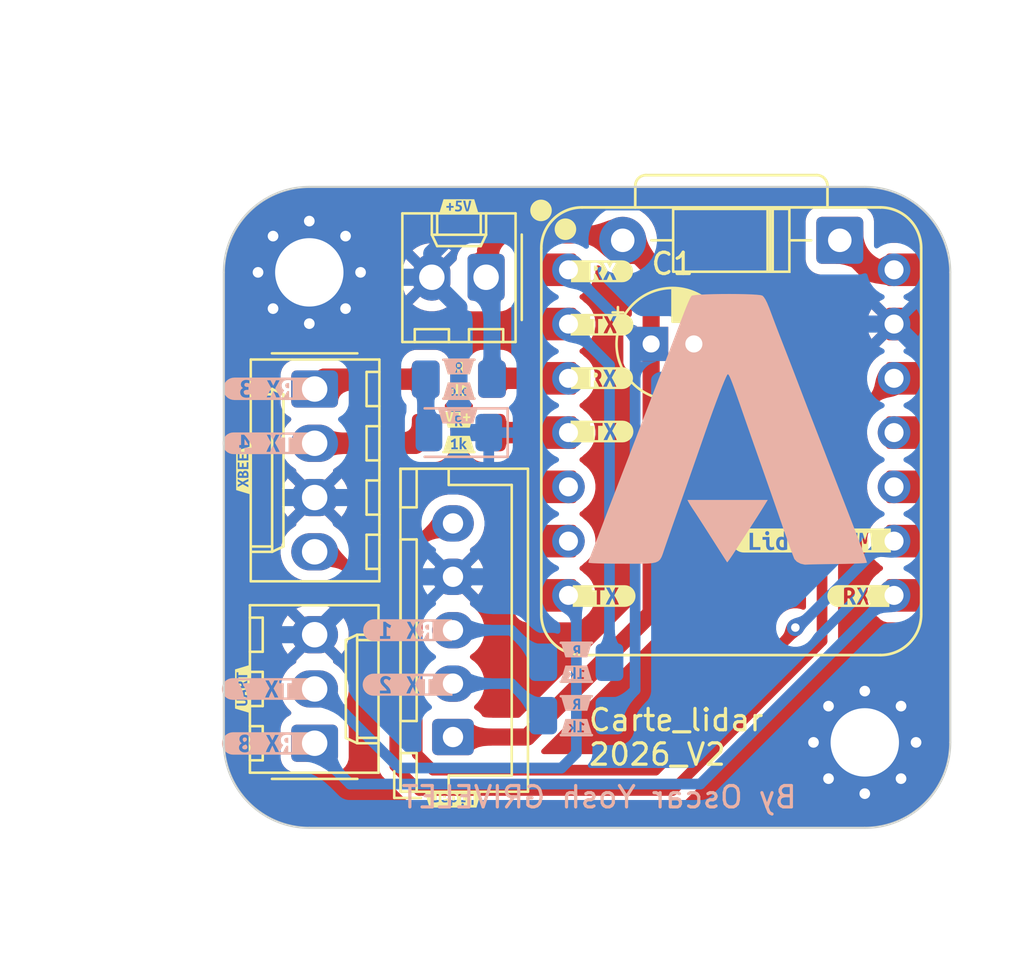
<source format=kicad_pcb>
(kicad_pcb (version 20241229) (generator "pcbnew") (generator_version "9.0")
  (layers (0 "F.Cu" signal) (2 "B.Cu" signal) (13 "F.Paste" user) (15 "B.Paste" user) (5 "F.SilkS" user "F.Silkscreen") (7 "B.SilkS" user "B.Silkscreen") (1 "F.Mask" user) (3 "B.Mask" user) (25 "Edge.Cuts" user))
  (net 0 "")
  (net 1 "GND")
  (net 2 "+5V")
  (net 3 "Net-(D1-K)")
  (net 4 "Net-(D2-A)")
  (net 5 "Lidar_PWM")
  (net 6 "+3.3V")
  (net 7 "Net-(U1-GPIO1{slash}D0{slash}A0)")
  (net 8 "Net-(U1-GPIO2{slash}DA{slash}A1)")
  (net 9 "UART CPE")
  (net 10 "Net-(U1-GPIO3{slash}D2{slash}A2)")
  (net 13 "UART CPS")
  (net 14 "Net-(U1-GPIO4{slash}D3{slash}A3)")
  (net 17 "TX XBEE")
  (net 18 "RX XBEE")
  (net 19 "TX LIDAR")
  (net 20 "RX LIDAR")
  (footprint "kibuzzard-690B618A" (layer "F.Cu") (at 113.7 50.2)
    (property "Reference" "kibuzzard-690B618A" (hide yes))
    (property "Value" "G***" (hide yes))
  )
  (footprint "Connector_Molex:Molex_KK-254_AE-6410-03A_1x03_P2.54mm_Vertical" (layer "F.Cu") (at 100.25 72.29 90)
    (property "Reference" "J1" (hide yes))
    (property "Value" "UART CP")
    (pad "1" thru_hole roundrect (at 0 0 90) (size 1.74 2.19) (drill 1.19) (layers "*.Cu" "*.Mask") (roundrect_rratio 0.143678) (net 9 "UART CPE"))
    (pad "2" thru_hole oval (at 2.54 0 90) (size 1.74 2.19) (drill 1.19) (layers "*.Cu" "*.Mask") (net 13 "UART CPS"))
    (pad "3" thru_hole oval (at 5.08 0 90) (size 1.74 2.19) (drill 1.19) (layers "*.Cu" "*.Mask") (net 1 "GND"))
  )
  (footprint "Capacitor_THT:CP_Radial_D5.0mm_P2.00mm" (layer "F.Cu") (at 115.999999 53.6)
    (property "Reference" "C1" (at 1 -3.75 0) (layer "F.SilkS"))
    (property "Value" "100µF")
    (pad "1" thru_hole rect (at 0 0) (size 1.6 1.6) (drill 0.8) (layers "*.Cu" "*.Mask") (net 2 "+5V"))
    (pad "2" thru_hole circle (at 2.000001 0) (size 1.6 1.6) (drill 0.8) (layers "*.Cu" "*.Mask") (net 1 "GND"))
  )
  (footprint "kibuzzard-690E9406" (layer "F.Cu") (at 107 57.2)
    (property "Reference" "kibuzzard-690E9406" (hide yes))
    (property "Value" "G***" (hide yes))
  )
  (footprint "Diode_THT:D_DO-41_SOD81_P10.16mm_Horizontal" (layer "F.Cu") (at 124.83 48.75 180)
    (property "Reference" "D1" (hide yes))
    (property "Value" "D_Shottky")
    (pad "1" thru_hole roundrect (at 0 0 180) (size 2.2 2.2) (drill 1.1) (layers "*.Cu" "*.Mask") (roundrect_rratio 0.113636) (net 3 "Net-(D1-K)"))
    (pad "2" thru_hole circle (at 10.16 0 180) (size 2.2 2.2) (drill 1.1) (layers "*.Cu" "*.Mask") (net 2 "+5V"))
  )
  (footprint "kibuzzard-6915AC9B" (layer "F.Cu") (at 96.9 59.52 90)
    (property "Reference" "kibuzzard-6915AC9B" (hide yes))
    (property "Value" "G***" (hide yes))
  )
  (footprint "Connector_Molex:Molex_KK-254_AE-6410-04A_1x04_P2.54mm_Vertical" (layer "F.Cu") (at 100.25 55.71 -90)
    (property "Reference" "J3" (hide yes))
    (property "Value" "XBEE")
    (pad "1" thru_hole roundrect (at 0 0 270) (size 1.74 2.19) (drill 1.19) (layers "*.Cu" "*.Mask") (roundrect_rratio 0.143678) (net 18 "RX XBEE"))
    (pad "2" thru_hole oval (at 2.54 0 270) (size 1.74 2.19) (drill 1.19) (layers "*.Cu" "*.Mask") (net 17 "TX XBEE"))
    (pad "3" thru_hole oval (at 5.08 0 270) (size 1.74 2.19) (drill 1.19) (layers "*.Cu" "*.Mask") (net 1 "GND"))
    (pad "4" thru_hole oval (at 7.62 0 270) (size 1.74 2.19) (drill 1.19) (layers "*.Cu" "*.Mask") (net 6 "+3.3V"))
  )
  (footprint "Resistor_SMD:R_1206_3216Metric_Pad1.30x1.75mm_HandSolder" (layer "F.Cu") (at 107 57.75)
    (property "Reference" "R5" (hide yes))
    (property "Value" "47")
    (pad "1" smd roundrect (at -1.55 0) (size 1.3 1.75) (layers "F.Cu" "F.Mask" "F.Paste") (roundrect_rratio 0.192308) (net 17 "TX XBEE"))
    (pad "2" smd roundrect (at 1.55 0) (size 1.3 1.75) (layers "F.Cu" "F.Mask" "F.Paste") (roundrect_rratio 0.192308) (net 14 "Net-(U1-GPIO4{slash}D3{slash}A3)"))
  )
  (footprint "kibuzzard-690E9406" (layer "F.Cu") (at 107 54.7)
    (property "Reference" "kibuzzard-690E9406" (hide yes))
    (property "Value" "G***" (hide yes))
  )
  (footprint "Connector_JST:JST_XH_B5B-XH-A_1x05_P2.50mm_Vertical" (layer "F.Cu") (at 106.725 72 90)
    (property "Reference" "J2" (hide yes))
    (property "Value" "LIDAR")
    (pad "1" thru_hole roundrect (at 0 0 90) (size 1.7 1.95) (drill 0.95) (layers "*.Cu" "*.Mask") (roundrect_rratio 0.147059) (net 2 "+5V"))
    (pad "2" thru_hole oval (at 2.5 0 90) (size 1.7 1.95) (drill 0.95) (layers "*.Cu" "*.Mask") (net 19 "TX LIDAR"))
    (pad "3" thru_hole oval (at 5 0 90) (size 1.7 1.95) (drill 0.95) (layers "*.Cu" "*.Mask") (net 20 "RX LIDAR"))
    (pad "4" thru_hole oval (at 7.5 0 90) (size 1.7 1.95) (drill 0.95) (layers "*.Cu" "*.Mask") (net 1 "GND"))
    (pad "5" thru_hole oval (at 10 0 90) (size 1.7 1.95) (drill 0.95) (layers "*.Cu" "*.Mask") (net 5 "Lidar_PWM"))
  )
  (footprint "kibuzzard-690B60FE" (layer "F.Cu") (at 113.7 52.7)
    (property "Reference" "kibuzzard-690B60FE" (hide yes))
    (property "Value" "G***" (hide yes))
  )
  (footprint "kibuzzard-690E943A" (layer "F.Cu") (at 107 55.75)
    (property "Reference" "kibuzzard-690E943A" (hide yes))
    (property "Value" "G***" (hide yes))
  )
  (footprint "kibuzzard-690B618A" (layer "F.Cu") (at 113.7 55.2)
    (property "Reference" "kibuzzard-690B618A" (hide yes))
    (property "Value" "G***" (hide yes))
  )
  (footprint "kibuzzard-690E9271" (layer "F.Cu") (at 107 47.15)
    (property "Reference" "kibuzzard-690E9271" (hide yes))
    (property "Value" "G***" (hide yes))
  )
  (footprint "Seeed Studio XIAO Series Library:XIAO-ESP32S3-DIP" (layer "F.Cu") (at 119.75 57.75)
    (property "Reference" "U1" (hide yes))
    (property "Value" "XIAO-ESP32-S3-DIP")
    (pad "1" smd roundrect (at -8.455 -7.62 180) (size 2.432 1.524) (layers "F.Cu" "F.Mask") (roundrect_rratio 0.1) (net 7 "Net-(U1-GPIO1{slash}D0{slash}A0)"))
    (pad "1" thru_hole circle (at -7.62 -7.62 180) (size 1.524 1.524) (drill 0.889) (layers "*.Cu" "*.Mask") (net 7 "Net-(U1-GPIO1{slash}D0{slash}A0)"))
    (pad "2" smd roundrect (at -8.455 -5.08 180) (size 2.432 1.524) (layers "F.Cu" "F.Mask") (roundrect_rratio 0.1) (net 8 "Net-(U1-GPIO2{slash}DA{slash}A1)"))
    (pad "2" thru_hole circle (at -7.62 -5.08 180) (size 1.524 1.524) (drill 0.889) (layers "*.Cu" "*.Mask") (net 8 "Net-(U1-GPIO2{slash}DA{slash}A1)"))
    (pad "3" smd roundrect (at -8.455 -2.54 180) (size 2.432 1.524) (layers "F.Cu" "F.Mask") (roundrect_rratio 0.1) (net 10 "Net-(U1-GPIO3{slash}D2{slash}A2)"))
    (pad "3" thru_hole circle (at -7.62 -2.54 180) (size 1.524 1.524) (drill 0.889) (layers "*.Cu" "*.Mask") (net 10 "Net-(U1-GPIO3{slash}D2{slash}A2)"))
    (pad "4" smd roundrect (at -8.455 0 180) (size 2.432 1.524) (layers "F.Cu" "F.Mask") (roundrect_rratio 0.1) (net 14 "Net-(U1-GPIO4{slash}D3{slash}A3)"))
    (pad "4" thru_hole circle (at -7.62 0 180) (size 1.524 1.524) (drill 0.889) (layers "*.Cu" "*.Mask") (net 14 "Net-(U1-GPIO4{slash}D3{slash}A3)"))
    (pad "5" smd roundrect (at -8.455 2.54 180) (size 2.432 1.524) (layers "F.Cu" "F.Mask") (roundrect_rratio 0.1))
    (pad "5" thru_hole circle (at -7.62 2.54 180) (size 1.524 1.524) (drill 0.889) (layers "*.Cu" "*.Mask"))
    (pad "6" smd roundrect (at -8.455 5.08 180) (size 2.432 1.524) (layers "F.Cu" "F.Mask") (roundrect_rratio 0.1))
    (pad "6" thru_hole circle (at -7.62 5.08 180) (size 1.524 1.524) (drill 0.889) (layers "*.Cu" "*.Mask"))
    (pad "7" smd roundrect (at -8.455 7.62 180) (size 2.432 1.524) (layers "F.Cu" "F.Mask") (roundrect_rratio 0.1) (net 13 "UART CPS"))
    (pad "7" thru_hole circle (at -7.62 7.62 180) (size 1.524 1.524) (drill 0.889) (layers "*.Cu" "*.Mask") (net 13 "UART CPS"))
    (pad "8" thru_hole circle (at 7.62 7.62) (size 1.524 1.524) (drill 0.889) (layers "*.Cu" "*.Mask") (net 9 "UART CPE"))
    (pad "8" smd roundrect (at 8.455 7.62) (size 2.432 1.524) (layers "F.Cu" "F.Mask") (roundrect_rratio 0.1) (net 9 "UART CPE"))
    (pad "9" thru_hole circle (at 7.62 5.08) (size 1.524 1.524) (drill 0.889) (layers "*.Cu" "*.Mask") (net 5 "Lidar_PWM"))
    (pad "9" smd roundrect (at 8.455 5.08) (size 2.432 1.524) (layers "F.Cu" "F.Mask") (roundrect_rratio 0.1) (net 5 "Lidar_PWM"))
    (pad "10" thru_hole circle (at 7.62 2.54) (size 1.524 1.524) (drill 0.889) (layers "*.Cu" "*.Mask"))
    (pad "10" smd roundrect (at 8.455 2.54) (size 2.432 1.524) (layers "F.Cu" "F.Mask") (roundrect_rratio 0.1))
    (pad "11" thru_hole circle (at 7.62 0) (size 1.524 1.524) (drill 0.889) (layers "*.Cu" "*.Mask"))
    (pad "11" smd roundrect (at 8.455 0) (size 2.432 1.524) (layers "F.Cu" "F.Mask") (roundrect_rratio 0.1))
    (pad "12" thru_hole circle (at 7.62 -2.54) (size 1.524 1.524) (drill 0.889) (layers "*.Cu" "*.Mask") (net 6 "+3.3V"))
    (pad "12" smd roundrect (at 8.455 -2.54) (size 2.432 1.524) (layers "F.Cu" "F.Mask") (roundrect_rratio 0.1) (net 6 "+3.3V"))
    (pad "13" thru_hole circle (at 7.62 -5.08) (size 1.524 1.524) (drill 0.889) (layers "*.Cu" "*.Mask") (net 1 "GND"))
    (pad "13" smd roundrect (at 8.455 -5.08) (size 2.432 1.524) (layers "F.Cu" "F.Mask") (roundrect_rratio 0.1) (net 1 "GND"))
    (pad "14" thru_hole circle (at 7.62 -7.62) (size 1.524 1.524) (drill 0.889) (layers "*.Cu" "*.Mask") (net 3 "Net-(D1-K)"))
    (pad "14" smd roundrect (at 8.455 -7.62) (size 2.432 1.524) (layers "F.Cu" "F.Mask") (roundrect_rratio 0.1) (net 3 "Net-(D1-K)"))
  )
  (footprint "MountingHole:MountingHole_3.2mm_M3_Pad_Via" (layer "F.Cu") (at 126 72.25)
    (property "Reference" "H3" (hide yes))
    (property "Value" "MountingHole_Pad")
    (pad "1" thru_hole circle (at -2.4 0) (size 0.8 0.8) (drill 0.5) (layers "*.Cu" "*.Mask") (net 1 "GND"))
    (pad "1" thru_hole circle (at -1.697056 -1.697056) (size 0.8 0.8) (drill 0.5) (layers "*.Cu" "*.Mask") (net 1 "GND"))
    (pad "1" thru_hole circle (at -1.697056 1.697056) (size 0.8 0.8) (drill 0.5) (layers "*.Cu" "*.Mask") (net 1 "GND"))
    (pad "1" thru_hole circle (at 0 -2.4) (size 0.8 0.8) (drill 0.5) (layers "*.Cu" "*.Mask") (net 1 "GND"))
    (pad "1" thru_hole circle (at 0 0) (size 6.4 6.4) (drill 3.2) (layers "*.Cu" "*.Mask") (net 1 "GND"))
    (pad "1" thru_hole circle (at 0 2.4) (size 0.8 0.8) (drill 0.5) (layers "*.Cu" "*.Mask") (net 1 "GND"))
    (pad "1" thru_hole circle (at 1.697056 -1.697056) (size 0.8 0.8) (drill 0.5) (layers "*.Cu" "*.Mask") (net 1 "GND"))
    (pad "1" thru_hole circle (at 1.697056 1.697056) (size 0.8 0.8) (drill 0.5) (layers "*.Cu" "*.Mask") (net 1 "GND"))
    (pad "1" thru_hole circle (at 2.4 0) (size 0.8 0.8) (drill 0.5) (layers "*.Cu" "*.Mask") (net 1 "GND"))
  )
  (footprint "kibuzzard-690B6148" (layer "F.Cu") (at 123.5 62.8)
    (property "Reference" "kibuzzard-690B6148" (hide yes))
    (property "Value" "G***" (hide yes))
  )
  (footprint "kibuzzard-690B60FE" (layer "F.Cu") (at 113.8 65.4)
    (property "Reference" "kibuzzard-690B60FE" (hide yes))
    (property "Value" "G***" (hide yes))
  )
  (footprint "kibuzzard-690E943A" (layer "F.Cu") (at 107 58.25)
    (property "Reference" "kibuzzard-690E943A" (hide yes))
    (property "Value" "G***" (hide yes))
  )
  (footprint "kibuzzard-690B60FE" (layer "F.Cu") (at 113.7 57.7)
    (property "Reference" "kibuzzard-690B60FE" (hide yes))
    (property "Value" "G***" (hide yes))
  )
  (footprint "MountingHole:MountingHole_3.2mm_M3_Pad_Via" (layer "F.Cu") (at 100 50.25)
    (property "Reference" "H2" (hide yes))
    (property "Value" "MountingHole_Pad")
    (pad "1" thru_hole circle (at -2.4 0) (size 0.8 0.8) (drill 0.5) (layers "*.Cu" "*.Mask") (net 1 "GND"))
    (pad "1" thru_hole circle (at -1.697056 -1.697056) (size 0.8 0.8) (drill 0.5) (layers "*.Cu" "*.Mask") (net 1 "GND"))
    (pad "1" thru_hole circle (at -1.697056 1.697056) (size 0.8 0.8) (drill 0.5) (layers "*.Cu" "*.Mask") (net 1 "GND"))
    (pad "1" thru_hole circle (at 0 -2.4) (size 0.8 0.8) (drill 0.5) (layers "*.Cu" "*.Mask") (net 1 "GND"))
    (pad "1" thru_hole circle (at 0 0) (size 6.4 6.4) (drill 3.2) (layers "*.Cu" "*.Mask") (net 1 "GND"))
    (pad "1" thru_hole circle (at 0 2.4) (size 0.8 0.8) (drill 0.5) (layers "*.Cu" "*.Mask") (net 1 "GND"))
    (pad "1" thru_hole circle (at 1.697056 -1.697056) (size 0.8 0.8) (drill 0.5) (layers "*.Cu" "*.Mask") (net 1 "GND"))
    (pad "1" thru_hole circle (at 1.697056 1.697056) (size 0.8 0.8) (drill 0.5) (layers "*.Cu" "*.Mask") (net 1 "GND"))
    (pad "1" thru_hole circle (at 2.4 0) (size 0.8 0.8) (drill 0.5) (layers "*.Cu" "*.Mask") (net 1 "GND"))
  )
  (footprint "Resistor_SMD:R_1206_3216Metric_Pad1.30x1.75mm_HandSolder" (layer "F.Cu") (at 107 55.25)
    (property "Reference" "R4" (hide yes))
    (property "Value" "47")
    (pad "1" smd roundrect (at -1.55 0) (size 1.3 1.75) (layers "F.Cu" "F.Mask" "F.Paste") (roundrect_rratio 0.192308) (net 18 "RX XBEE"))
    (pad "2" smd roundrect (at 1.55 0) (size 1.3 1.75) (layers "F.Cu" "F.Mask" "F.Paste") (roundrect_rratio 0.192308) (net 10 "Net-(U1-GPIO3{slash}D2{slash}A2)"))
  )
  (footprint "kibuzzard-690B6108" (layer "F.Cu") (at 125.7 65.4)
    (property "Reference" "kibuzzard-690B6108" (hide yes))
    (property "Value" "G***" (hide yes))
  )
  (footprint "Connector_Molex:Molex_KK-254_AE-6410-02A_1x02_P2.54mm_Vertical" (layer "F.Cu") (at 108.275 50.48 180)
    (property "Reference" "J8" (hide yes))
    (property "Value" "alim")
    (pad "1" thru_hole roundrect (at 0 0 180) (size 1.74 2.19) (drill 1.19) (layers "*.Cu" "*.Mask") (roundrect_rratio 0.143678) (net 2 "+5V"))
    (pad "2" thru_hole oval (at 2.54 0 180) (size 1.74 2.19) (drill 1.19) (layers "*.Cu" "*.Mask") (net 1 "GND"))
  )
  (footprint "kibuzzard-6915ACBE" (layer "F.Cu") (at 96.85 69.75 90)
    (property "Reference" "kibuzzard-6915ACBE" (hide yes))
    (property "Value" "G***" (hide yes))
  )
  (footprint "kibuzzard-6915ADC6" (layer "F.Cu") (at 106.725 74.95 180)
    (property "Reference" "kibuzzard-6915ADC6" (hide yes))
    (property "Value" "G***" (hide yes))
  )
  (footprint "Resistor_SMD:R_1206_3216Metric_Pad1.30x1.75mm_HandSolder" (layer "B.Cu") (at 112.5 71)
    (property "Reference" "R1" (hide yes))
    (property "Value" "47")
    (pad "1" smd roundrect (at -1.55 0) (size 1.3 1.75) (layers "B.Cu" "B.Mask" "B.Paste") (roundrect_rratio 0.192308) (net 19 "TX LIDAR"))
    (pad "2" smd roundrect (at 1.55 0) (size 1.3 1.75) (layers "B.Cu" "B.Mask" "B.Paste") (roundrect_rratio 0.192308) (net 7 "Net-(U1-GPIO1{slash}D0{slash}A0)"))
  )
  (footprint "kibuzzard-690E9406" (layer "B.Cu") (at 112.5 67.95 180)
    (property "Reference" "kibuzzard-690E9406" (hide yes))
    (property "Value" "G***" (hide yes))
  )
  (footprint "kibuzzard-6915AD2C" (layer "B.Cu") (at 104.6 67 180)
    (property "Reference" "kibuzzard-6915AD2C" (hide yes))
    (property "Value" "G***" (hide yes))
  )
  (footprint "LED_SMD:LED_1206_3216Metric" (layer "B.Cu") (at 107 57.75 180)
    (property "Reference" "D2" (hide yes))
    (property "Value" "LED_Small")
    (pad "1" smd roundrect (at -1.4 0 180) (size 1.25 1.75) (layers "B.Cu" "B.Mask" "B.Paste") (roundrect_rratio 0.2) (net 1 "GND"))
    (pad "2" smd roundrect (at 1.4 0 180) (size 1.25 1.75) (layers "B.Cu" "B.Mask" "B.Paste") (roundrect_rratio 0.2) (net 4 "Net-(D2-A)"))
  )
  (footprint "kibuzzard-6915AD46" (layer "B.Cu") (at 104.6 69.55 180)
    (property "Reference" "kibuzzard-6915AD46" (hide yes))
    (property "Value" "G***" (hide yes))
  )
  (footprint "kibuzzard-6915AD88" (layer "B.Cu") (at 98.05 58.25 180)
    (property "Reference" "kibuzzard-6915AD88" (hide yes))
    (property "Value" "G***" (hide yes))
  )
  (footprint "Resistor_SMD:R_1206_3216Metric_Pad1.30x1.75mm_HandSolder" (layer "B.Cu") (at 107 55.25 180)
    (property "Reference" "R2" (hide yes))
    (property "Value" "1k")
    (pad "1" smd roundrect (at -1.55 0 180) (size 1.3 1.75) (layers "B.Cu" "B.Mask" "B.Paste") (roundrect_rratio 0.192308) (net 2 "+5V"))
    (pad "2" smd roundrect (at 1.55 0 180) (size 1.3 1.75) (layers "B.Cu" "B.Mask" "B.Paste") (roundrect_rratio 0.192308) (net 4 "Net-(D2-A)"))
  )
  (footprint "kibuzzard-6915AD82" (layer "B.Cu") (at 98.05 55.7 180)
    (property "Reference" "kibuzzard-6915AD82" (hide yes))
    (property "Value" "G***" (hide yes))
  )
  (footprint "kibuzzard-6915ADB1" (layer "B.Cu") (at 98 69.75 180)
    (property "Reference" "kibuzzard-6915ADB1" (hide yes))
    (property "Value" "G***" (hide yes))
  )
  (footprint "kibuzzard-690E943A" (layer "B.Cu") (at 112.5 71.5 180)
    (property "Reference" "kibuzzard-690E943A" (hide yes))
    (property "Value" "G***" (hide yes))
  )
  (footprint "kibuzzard-6915ADA8" (layer "B.Cu") (at 98 72.3 180)
    (property "Reference" "kibuzzard-6915ADA8" (hide yes))
    (property "Value" "G***" (hide yes))
  )
  (footprint "kibuzzard-690E943A" (layer "B.Cu") (at 112.5 69 180)
    (property "Reference" "kibuzzard-690E943A" (hide yes))
    (property "Value" "G***" (hide yes))
  )
  (footprint "kibuzzard-690E9406" (layer "B.Cu") (at 107 54.7 180)
    (property "Reference" "kibuzzard-690E9406" (hide yes))
    (property "Value" "G***" (hide yes))
  )
  (footprint "LOGO" (layer "B.Cu") (at 119.75 57.75 180)
    (property "Reference" "G***" (hide yes))
    (property "Value" "LOGO" (hide yes))
  )
  (footprint "kibuzzard-690E943A" (layer "B.Cu") (at 107 55.75 180)
    (property "Reference" "kibuzzard-690E943A" (hide yes))
    (property "Value" "G***" (hide yes))
  )
  (footprint "Resistor_SMD:R_1206_3216Metric_Pad1.30x1.75mm_HandSolder" (layer "B.Cu") (at 112.5 68.5)
    (property "Reference" "R3" (hide yes))
    (property "Value" "47")
    (pad "1" smd roundrect (at -1.55 0) (size 1.3 1.75) (layers "B.Cu" "B.Mask" "B.Paste") (roundrect_rratio 0.192308) (net 20 "RX LIDAR"))
    (pad "2" smd roundrect (at 1.55 0) (size 1.3 1.75) (layers "B.Cu" "B.Mask" "B.Paste") (roundrect_rratio 0.192308) (net 8 "Net-(U1-GPIO2{slash}DA{slash}A1)"))
  )
  (footprint "kibuzzard-690E9406" (layer "B.Cu") (at 112.5 70.45 180)
    (property "Reference" "kibuzzard-690E9406" (hide yes))
    (property "Value" "G***" (hide yes))
  )
  (footprint "kibuzzard-690E93B3" (layer "B.Cu") (at 106.95 57 180)
    (property "Reference" "kibuzzard-690E93B3" (hide yes))
    (property "Value" "G***" (hide yes))
  )
  (gr_line (start 96 50.25) (end 96 72.25) (stroke (width 0.1)) (layer "Edge.Cuts"))
  (gr_arc (start 96 50.25) (mid 97.171573 47.421573) (end 100 46.25) (stroke (width 0.1)) (layer "Edge.Cuts"))
  (gr_arc (start 130 72.25) (mid 128.828427 75.078427) (end 126 76.25) (stroke (width 0.1)) (layer "Edge.Cuts"))
  (gr_line (start 130 72.25) (end 130 50.25) (stroke (width 0.1)) (layer "Edge.Cuts"))
  (gr_line (start 126 46.25) (end 100 46.25) (stroke (width 0.1)) (layer "Edge.Cuts"))
  (gr_arc (start 126 46.25) (mid 128.828427 47.421573) (end 130 50.25) (stroke (width 0.1)) (layer "Edge.Cuts"))
  (gr_arc (start 100 76.25) (mid 97.171573 75.078427) (end 96 72.25) (stroke (width 0.1)) (layer "Edge.Cuts"))
  (gr_line (start 100 76.25) (end 126 76.25) (stroke (width 0.1)) (layer "Edge.Cuts"))
  (gr_text "Carte_lidar\n2026_V2" (at 113 73.4 0) (layer "F.SilkS") (effects (font (size 1 1)) (justify left bottom)))
  (gr_text "By Oscar Yosh GRIVELET" (at 122.9 75.4 -0) (layer "B.SilkS") (effects (font (size 1 1)) (justify left bottom mirror)))
  (segment (start 97.6 52.65) (end 97.6 60.65) (width 0.8) (layer "B.Cu") (net 1))
  (segment (start 100.23 50.48) (end 100 50.25) (width 0.8) (layer "B.Cu") (net 1))
  (segment (start 105.735 50.48) (end 100.23 50.48) (width 0.8) (layer "B.Cu") (net 1))
  (segment (start 129.2 68.8) (end 126 72) (width 0.8) (layer "B.Cu") (net 1))
  (segment (start 99.6 75.35) (end 122.65 75.35) (width 0.8) (layer "B.Cu") (net 1))
  (segment (start 108.7 64.5) (end 106.725 64.5) (width 0.8) (layer "B.Cu") (net 1))
  (segment (start 108.149 46.951) (end 118.88237 46.951) (width 0.8) (layer "B.Cu") (net 1))
  (segment (start 97.71 67.21) (end 97.6 67.1) (width 0.8) (layer "B.Cu") (net 1))
  (segment (start 108.85 60.7) (end 108.85 64.35) (width 0.8) (layer "B.Cu") (net 1))
  (segment (start 100.25 67.21) (end 97.71 67.21) (width 0.8) (layer "B.Cu") (net 1))
  (segment (start 107 51.880424) (end 107 57.6) (width 0.8) (layer "B.Cu") (net 1))
  (segment (start 127.37 52.67) (end 129.2 54.5) (width 0.8) (layer "B.Cu") (net 1))
  (segment (start 105.735 50.48) (end 105.735 50.615424) (width 0.8) (layer "B.Cu") (net 1))
  (segment (start 108.4 57.75) (end 107.15 57.75) (width 0.8) (layer "B.Cu") (net 1))
  (segment (start 107 58.85) (end 105.06 60.79) (width 0.8) (layer "B.Cu") (net 1))
  (segment (start 100.25 60.79) (end 97.74 60.79) (width 0.8) (layer "B.Cu") (net 1))
  (segment (start 105.735 50.48) (end 105.735 49.365) (width 0.8) (layer "B.Cu") (net 1))
  (segment (start 129.2 54.5) (end 129.2 68.8) (width 0.8) (layer "B.Cu") (net 1))
  (segment (start 97.74 60.79) (end 97.6 60.65) (width 0.8) (layer "B.Cu") (net 1))
  (segment (start 105.06 60.79) (end 100.25 60.79) (width 0.8) (layer "B.Cu") (net 1))
  (segment (start 102.96 64.5) (end 100.25 67.21) (width 0.8) (layer "B.Cu") (net 1))
  (segment (start 97.6 60.65) (end 97.6 67.1) (width 0.8) (layer "B.Cu") (net 1))
  (segment (start 105.735 50.615424) (end 107 51.880424) (width 0.8) (layer "B.Cu") (net 1))
  (segment (start 107.15 57.75) (end 107 57.6) (width 0.8) (layer "B.Cu") (net 1))
  (segment (start 127.37 52.67) (end 124.60137 52.67) (width 0.8) (layer "B.Cu") (net 1))
  (segment (start 118.88237 46.951) (end 123.140685 51.209315) (width 0.8) (layer "B.Cu") (net 1))
  (segment (start 100 50.25) (end 97.6 52.65) (width 0.8) (layer "B.Cu") (net 1))
  (segment (start 106.725 64.5) (end 102.96 64.5) (width 0.8) (layer "B.Cu") (net 1))
  (segment (start 105.735 49.365) (end 108.149 46.951) (width 0.8) (layer "B.Cu") (net 1))
  (segment (start 108.85 64.35) (end 108.7 64.5) (width 0.8) (layer "B.Cu") (net 1))
  (segment (start 124.60137 52.67) (end 123.140685 51.209315) (width 0.8) (layer "B.Cu") (net 1))
  (segment (start 107 57.6) (end 107 58.85) (width 0.8) (layer "B.Cu") (net 1))
  (segment (start 97.6 67.1) (end 97.6 73.35) (width 0.8) (layer "B.Cu") (net 1))
  (segment (start 97.6 73.35) (end 99.6 75.35) (width 0.8) (layer "B.Cu") (net 1))
  (segment (start 122.65 75.35) (end 126 72) (width 0.8) (layer "B.Cu") (net 1))
  (segment (start 107 58.85) (end 108.85 60.7) (width 0.8) (layer "B.Cu") (net 1))
  (segment (start 110.2 72) (end 106.725 72) (width 0.8) (layer "F.Cu") (net 2))
  (segment (start 115.999999 50.079999) (end 115.999999 66.200001) (width 0.8) (layer "F.Cu") (net 2))
  (segment (start 108.275 49.475) (end 108.25 49.45) (width 0.8) (layer "F.Cu") (net 2))
  (segment (start 108.275 50.48) (end 108.275 49.475) (width 0.8) (layer "F.Cu") (net 2))
  (segment (start 114.42 48.5) (end 114.67 48.75) (width 0.8) (layer "F.Cu") (net 2))
  (segment (start 108.25 49.25) (end 109 48.5) (width 0.8) (layer "F.Cu") (net 2))
  (segment (start 108.25 49.45) (end 108.25 49.25) (width 0.8) (layer "F.Cu") (net 2))
  (segment (start 114.67 48.75) (end 115.999999 50.079999) (width 0.8) (layer "F.Cu") (net 2))
  (segment (start 109 48.5) (end 114.42 48.5) (width 0.8) (layer "F.Cu") (net 2))
  (segment (start 115.999999 66.200001) (end 110.2 72) (width 0.8) (layer "F.Cu") (net 2))
  (segment (start 108.55 55.25) (end 108.55 50.755) (width 0.8) (layer "B.Cu") (net 2))
  (segment (start 108.55 50.755) (end 108.275 50.48) (width 0.8) (layer "B.Cu") (net 2))
  (segment (start 124.83 48.75) (end 126.21 50.13) (width 1) (layer "F.Cu") (net 3))
  (segment (start 126.21 50.13) (end 127.37 50.13) (width 1) (layer "F.Cu") (net 3))
  (segment (start 105.45 57.6) (end 105.6 57.75) (width 0.8) (layer "B.Cu") (net 4))
  (segment (start 105.45 55.25) (end 105.45 57.6) (width 0.8) (layer "B.Cu") (net 4))
  (segment (start 105.05 72.8) (end 105.05 62.95) (width 0.5) (layer "F.Cu") (net 5))
  (segment (start 116.2 73.55) (end 105.8 73.55) (width 0.5) (layer "F.Cu") (net 5))
  (segment (start 106 62) (end 106.725 62) (width 0.5) (layer "F.Cu") (net 5))
  (segment (start 105.8 73.55) (end 105.05 72.8) (width 0.5) (layer "F.Cu") (net 5))
  (segment (start 122.75 66.875) (end 122.625 67) (width 0.5) (layer "F.Cu") (net 5))
  (segment (start 122.625 67) (end 122.625 67.125) (width 0.5) (layer "F.Cu") (net 5))
  (segment (start 105.05 62.95) (end 106 62) (width 0.5) (layer "F.Cu") (net 5))
  (segment (start 122.625 67.125) (end 116.2 73.55) (width 0.5) (layer "F.Cu") (net 5))
  (via (at 122.75 66.875) (size 0.8) (drill 0.4) (layers "F.Cu" "B.Cu") (net 5))
  (segment (start 122.875 66.875) (end 126.92 62.83) (width 0.5) (layer "B.Cu") (net 5))
  (segment (start 122.75 66.875) (end 122.875 66.875) (width 0.5) (layer "B.Cu") (net 5))
  (segment (start 126.92 62.83) (end 127.37 62.83) (width 0.5) (layer "B.Cu") (net 5))
  (segment (start 127.37 55.21) (end 128.205 55.21) (width 0.5) (layer "F.Cu") (net 6))
  (segment (start 124 67.5) (end 117 74.5) (width 0.5) (layer "F.Cu") (net 6))
  (segment (start 127.37 55.21) (end 124 58.58) (width 0.5) (layer "F.Cu") (net 6))
  (segment (start 124 58.58) (end 124 67.5) (width 0.5) (layer "F.Cu") (net 6))
  (segment (start 104 66.25) (end 101.08 63.33) (width 0.5) (layer "F.Cu") (net 6))
  (segment (start 105.15 74.5) (end 104 73.35) (width 0.5) (layer "F.Cu") (net 6))
  (segment (start 101.08 63.33) (end 100.25 63.33) (width 0.5) (layer "F.Cu") (net 6))
  (segment (start 117 74.5) (end 105.15 74.5) (width 0.5) (layer "F.Cu") (net 6))
  (segment (start 104 73.35) (end 104 66.25) (width 0.5) (layer "F.Cu") (net 6))
  (segment (start 115.25 69.8) (end 114.05 71) (width 0.5) (layer "B.Cu") (net 7))
  (segment (start 115.25 53.25) (end 115.25 69.8) (width 0.5) (layer "B.Cu") (net 7))
  (segment (start 112.13 50.13) (end 115.25 53.25) (width 0.5) (layer "B.Cu") (net 7))
  (segment (start 112.13 52.67) (end 114.05 54.59) (width 0.5) (layer "B.Cu") (net 8))
  (segment (start 114.05 54.59) (end 114.05 68.5) (width 0.5) (layer "B.Cu") (net 8))
  (segment (start 101.91 74.2) (end 100.25 72.54) (width 0.5) (layer "B.Cu") (net 9))
  (segment (start 127.37 65.37) (end 127.13 65.37) (width 0.5) (layer "B.Cu") (net 9))
  (segment (start 127.13 65.37) (end 118.3 74.2) (width 0.5) (layer "B.Cu") (net 9))
  (segment (start 118.3 74.2) (end 101.91 74.2) (width 0.5) (layer "B.Cu") (net 9))
  (segment (start 108.59 55.21) (end 108.55 55.25) (width 1) (layer "F.Cu") (net 10))
  (segment (start 112.13 55.21) (end 108.59 55.21) (width 1) (layer "F.Cu") (net 10))
  (segment (start 112.5 72.75) (end 111.8 73.45) (width 0.5) (layer "B.Cu") (net 13))
  (segment (start 112.5 65.74) (end 112.5 72.75) (width 0.5) (layer "B.Cu") (net 13))
  (segment (start 112.13 65.37) (end 112.5 65.74) (width 0.5) (layer "B.Cu") (net 13))
  (segment (start 111.8 73.45) (end 104.2 73.45) (width 0.5) (layer "B.Cu") (net 13))
  (segment (start 104.2 73.45) (end 100.75 70) (width 0.5) (layer "B.Cu") (net 13))
  (segment (start 100.75 70) (end 100.25 70) (width 0.5) (layer "B.Cu") (net 13))
  (segment (start 108.55 57.75) (end 112.13 57.75) (width 1) (layer "F.Cu") (net 14))
  (segment (start 105.45 57.75) (end 104.95 58.25) (width 1) (layer "F.Cu") (net 17))
  (segment (start 104.95 58.25) (end 100.25 58.25) (width 1) (layer "F.Cu") (net 17))
  (segment (start 100.25 58.25) (end 101.25 58.25) (width 1) (layer "F.Cu") (net 17))
  (segment (start 100.71 55.25) (end 100.25 55.71) (width 1) (layer "F.Cu") (net 18))
  (segment (start 105.45 55.25) (end 100.71 55.25) (width 1) (layer "F.Cu") (net 18))
  (segment (start 106.725 69.5) (end 109.45 69.5) (width 0.5) (layer "B.Cu") (net 19))
  (segment (start 109.45 69.5) (end 110.95 71) (width 0.5) (layer "B.Cu") (net 19))
  (segment (start 106.725 67) (end 109.45 67) (width 0.5) (layer "B.Cu") (net 20))
  (segment (start 109.45 67) (end 110.95 68.5) (width 0.5) (layer "B.Cu") (net 20))
  (zone (net 1) (net_name "GND") (layers "F.Cu" "B.Cu") (priority 1) (connect_pads (clearance 0.5)) (min_thickness 0.25) (fill yes (thermal_gap 0.5) (thermal_bridge_width 0.5))
    (polygon (pts (xy 130.05 46.298795) (xy 96 46.230616) (xy 96.048795 76.3) (xy 130.05 76.3)))
  )
)
</source>
